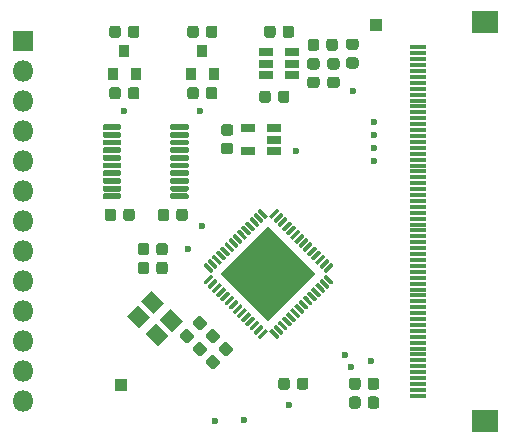
<source format=gbr>
%TF.GenerationSoftware,KiCad,Pcbnew,(5.1.6-0-10_14)*%
%TF.CreationDate,2020-07-19T16:10:20+02:00*%
%TF.ProjectId,driver-board,64726976-6572-42d6-926f-6172642e6b69,rev?*%
%TF.SameCoordinates,Original*%
%TF.FileFunction,Soldermask,Top*%
%TF.FilePolarity,Negative*%
%FSLAX46Y46*%
G04 Gerber Fmt 4.6, Leading zero omitted, Abs format (unit mm)*
G04 Created by KiCad (PCBNEW (5.1.6-0-10_14)) date 2020-07-19 16:10:20*
%MOMM*%
%LPD*%
G01*
G04 APERTURE LIST*
%ADD10R,0.900000X1.000000*%
%ADD11R,1.160000X0.750000*%
%ADD12C,0.100000*%
%ADD13C,0.600000*%
%ADD14R,1.100000X1.100000*%
%ADD15R,1.800000X1.800000*%
%ADD16O,1.800000X1.800000*%
%ADD17R,1.400000X0.400000*%
%ADD18R,2.300000X1.900000*%
G04 APERTURE END LIST*
%TO.C,C1*%
G36*
G01*
X123625000Y-66081250D02*
X123625000Y-65518750D01*
G75*
G02*
X123868750Y-65275000I243750J0D01*
G01*
X124356250Y-65275000D01*
G75*
G02*
X124600000Y-65518750I0J-243750D01*
G01*
X124600000Y-66081250D01*
G75*
G02*
X124356250Y-66325000I-243750J0D01*
G01*
X123868750Y-66325000D01*
G75*
G02*
X123625000Y-66081250I0J243750D01*
G01*
G37*
G36*
G01*
X125200000Y-66081250D02*
X125200000Y-65518750D01*
G75*
G02*
X125443750Y-65275000I243750J0D01*
G01*
X125931250Y-65275000D01*
G75*
G02*
X126175000Y-65518750I0J-243750D01*
G01*
X126175000Y-66081250D01*
G75*
G02*
X125931250Y-66325000I-243750J0D01*
G01*
X125443750Y-66325000D01*
G75*
G02*
X125200000Y-66081250I0J243750D01*
G01*
G37*
%TD*%
%TO.C,C2*%
G36*
G01*
X121675000Y-65518750D02*
X121675000Y-66081250D01*
G75*
G02*
X121431250Y-66325000I-243750J0D01*
G01*
X120943750Y-66325000D01*
G75*
G02*
X120700000Y-66081250I0J243750D01*
G01*
X120700000Y-65518750D01*
G75*
G02*
X120943750Y-65275000I243750J0D01*
G01*
X121431250Y-65275000D01*
G75*
G02*
X121675000Y-65518750I0J-243750D01*
G01*
G37*
G36*
G01*
X120100000Y-65518750D02*
X120100000Y-66081250D01*
G75*
G02*
X119856250Y-66325000I-243750J0D01*
G01*
X119368750Y-66325000D01*
G75*
G02*
X119125000Y-66081250I0J243750D01*
G01*
X119125000Y-65518750D01*
G75*
G02*
X119368750Y-65275000I243750J0D01*
G01*
X119856250Y-65275000D01*
G75*
G02*
X120100000Y-65518750I0J-243750D01*
G01*
G37*
%TD*%
%TO.C,C3*%
G36*
G01*
X120500000Y-50018750D02*
X120500000Y-50581250D01*
G75*
G02*
X120256250Y-50825000I-243750J0D01*
G01*
X119768750Y-50825000D01*
G75*
G02*
X119525000Y-50581250I0J243750D01*
G01*
X119525000Y-50018750D01*
G75*
G02*
X119768750Y-49775000I243750J0D01*
G01*
X120256250Y-49775000D01*
G75*
G02*
X120500000Y-50018750I0J-243750D01*
G01*
G37*
G36*
G01*
X122075000Y-50018750D02*
X122075000Y-50581250D01*
G75*
G02*
X121831250Y-50825000I-243750J0D01*
G01*
X121343750Y-50825000D01*
G75*
G02*
X121100000Y-50581250I0J243750D01*
G01*
X121100000Y-50018750D01*
G75*
G02*
X121343750Y-49775000I243750J0D01*
G01*
X121831250Y-49775000D01*
G75*
G02*
X122075000Y-50018750I0J-243750D01*
G01*
G37*
%TD*%
%TO.C,C4*%
G36*
G01*
X122075000Y-55218750D02*
X122075000Y-55781250D01*
G75*
G02*
X121831250Y-56025000I-243750J0D01*
G01*
X121343750Y-56025000D01*
G75*
G02*
X121100000Y-55781250I0J243750D01*
G01*
X121100000Y-55218750D01*
G75*
G02*
X121343750Y-54975000I243750J0D01*
G01*
X121831250Y-54975000D01*
G75*
G02*
X122075000Y-55218750I0J-243750D01*
G01*
G37*
G36*
G01*
X120500000Y-55218750D02*
X120500000Y-55781250D01*
G75*
G02*
X120256250Y-56025000I-243750J0D01*
G01*
X119768750Y-56025000D01*
G75*
G02*
X119525000Y-55781250I0J243750D01*
G01*
X119525000Y-55218750D01*
G75*
G02*
X119768750Y-54975000I243750J0D01*
G01*
X120256250Y-54975000D01*
G75*
G02*
X120500000Y-55218750I0J-243750D01*
G01*
G37*
%TD*%
%TO.C,C5*%
G36*
G01*
X127100000Y-50018750D02*
X127100000Y-50581250D01*
G75*
G02*
X126856250Y-50825000I-243750J0D01*
G01*
X126368750Y-50825000D01*
G75*
G02*
X126125000Y-50581250I0J243750D01*
G01*
X126125000Y-50018750D01*
G75*
G02*
X126368750Y-49775000I243750J0D01*
G01*
X126856250Y-49775000D01*
G75*
G02*
X127100000Y-50018750I0J-243750D01*
G01*
G37*
G36*
G01*
X128675000Y-50018750D02*
X128675000Y-50581250D01*
G75*
G02*
X128431250Y-50825000I-243750J0D01*
G01*
X127943750Y-50825000D01*
G75*
G02*
X127700000Y-50581250I0J243750D01*
G01*
X127700000Y-50018750D01*
G75*
G02*
X127943750Y-49775000I243750J0D01*
G01*
X128431250Y-49775000D01*
G75*
G02*
X128675000Y-50018750I0J-243750D01*
G01*
G37*
%TD*%
%TO.C,C6*%
G36*
G01*
X128675000Y-55218750D02*
X128675000Y-55781250D01*
G75*
G02*
X128431250Y-56025000I-243750J0D01*
G01*
X127943750Y-56025000D01*
G75*
G02*
X127700000Y-55781250I0J243750D01*
G01*
X127700000Y-55218750D01*
G75*
G02*
X127943750Y-54975000I243750J0D01*
G01*
X128431250Y-54975000D01*
G75*
G02*
X128675000Y-55218750I0J-243750D01*
G01*
G37*
G36*
G01*
X127100000Y-55218750D02*
X127100000Y-55781250D01*
G75*
G02*
X126856250Y-56025000I-243750J0D01*
G01*
X126368750Y-56025000D01*
G75*
G02*
X126125000Y-55781250I0J243750D01*
G01*
X126125000Y-55218750D01*
G75*
G02*
X126368750Y-54975000I243750J0D01*
G01*
X126856250Y-54975000D01*
G75*
G02*
X127100000Y-55218750I0J-243750D01*
G01*
G37*
%TD*%
%TO.C,C7*%
G36*
G01*
X137900000Y-51681250D02*
X137900000Y-51118750D01*
G75*
G02*
X138143750Y-50875000I243750J0D01*
G01*
X138631250Y-50875000D01*
G75*
G02*
X138875000Y-51118750I0J-243750D01*
G01*
X138875000Y-51681250D01*
G75*
G02*
X138631250Y-51925000I-243750J0D01*
G01*
X138143750Y-51925000D01*
G75*
G02*
X137900000Y-51681250I0J243750D01*
G01*
G37*
G36*
G01*
X136325000Y-51681250D02*
X136325000Y-51118750D01*
G75*
G02*
X136568750Y-50875000I243750J0D01*
G01*
X137056250Y-50875000D01*
G75*
G02*
X137300000Y-51118750I0J-243750D01*
G01*
X137300000Y-51681250D01*
G75*
G02*
X137056250Y-51925000I-243750J0D01*
G01*
X136568750Y-51925000D01*
G75*
G02*
X136325000Y-51681250I0J243750D01*
G01*
G37*
%TD*%
%TO.C,C8*%
G36*
G01*
X138218750Y-54100000D02*
X138781250Y-54100000D01*
G75*
G02*
X139025000Y-54343750I0J-243750D01*
G01*
X139025000Y-54831250D01*
G75*
G02*
X138781250Y-55075000I-243750J0D01*
G01*
X138218750Y-55075000D01*
G75*
G02*
X137975000Y-54831250I0J243750D01*
G01*
X137975000Y-54343750D01*
G75*
G02*
X138218750Y-54100000I243750J0D01*
G01*
G37*
G36*
G01*
X138218750Y-52525000D02*
X138781250Y-52525000D01*
G75*
G02*
X139025000Y-52768750I0J-243750D01*
G01*
X139025000Y-53256250D01*
G75*
G02*
X138781250Y-53500000I-243750J0D01*
G01*
X138218750Y-53500000D01*
G75*
G02*
X137975000Y-53256250I0J243750D01*
G01*
X137975000Y-52768750D01*
G75*
G02*
X138218750Y-52525000I243750J0D01*
G01*
G37*
%TD*%
%TO.C,C9*%
G36*
G01*
X129781250Y-60675000D02*
X129218750Y-60675000D01*
G75*
G02*
X128975000Y-60431250I0J243750D01*
G01*
X128975000Y-59943750D01*
G75*
G02*
X129218750Y-59700000I243750J0D01*
G01*
X129781250Y-59700000D01*
G75*
G02*
X130025000Y-59943750I0J-243750D01*
G01*
X130025000Y-60431250D01*
G75*
G02*
X129781250Y-60675000I-243750J0D01*
G01*
G37*
G36*
G01*
X129781250Y-59100000D02*
X129218750Y-59100000D01*
G75*
G02*
X128975000Y-58856250I0J243750D01*
G01*
X128975000Y-58368750D01*
G75*
G02*
X129218750Y-58125000I243750J0D01*
G01*
X129781250Y-58125000D01*
G75*
G02*
X130025000Y-58368750I0J-243750D01*
G01*
X130025000Y-58856250D01*
G75*
G02*
X129781250Y-59100000I-243750J0D01*
G01*
G37*
%TD*%
%TO.C,C10*%
G36*
G01*
X122900000Y-70018750D02*
X122900000Y-70581250D01*
G75*
G02*
X122656250Y-70825000I-243750J0D01*
G01*
X122168750Y-70825000D01*
G75*
G02*
X121925000Y-70581250I0J243750D01*
G01*
X121925000Y-70018750D01*
G75*
G02*
X122168750Y-69775000I243750J0D01*
G01*
X122656250Y-69775000D01*
G75*
G02*
X122900000Y-70018750I0J-243750D01*
G01*
G37*
G36*
G01*
X124475000Y-70018750D02*
X124475000Y-70581250D01*
G75*
G02*
X124231250Y-70825000I-243750J0D01*
G01*
X123743750Y-70825000D01*
G75*
G02*
X123500000Y-70581250I0J243750D01*
G01*
X123500000Y-70018750D01*
G75*
G02*
X123743750Y-69775000I243750J0D01*
G01*
X124231250Y-69775000D01*
G75*
G02*
X124475000Y-70018750I0J-243750D01*
G01*
G37*
%TD*%
%TO.C,C11*%
G36*
G01*
X127352688Y-74424565D02*
X127750435Y-74822313D01*
G75*
G02*
X127750435Y-75167027I-172357J-172357D01*
G01*
X127405721Y-75511741D01*
G75*
G02*
X127061007Y-75511741I-172357J172357D01*
G01*
X126663259Y-75113993D01*
G75*
G02*
X126663259Y-74769279I172357J172357D01*
G01*
X127007973Y-74424565D01*
G75*
G02*
X127352687Y-74424565I172357J-172357D01*
G01*
G37*
G36*
G01*
X126238994Y-75538259D02*
X126636741Y-75936007D01*
G75*
G02*
X126636741Y-76280721I-172357J-172357D01*
G01*
X126292027Y-76625435D01*
G75*
G02*
X125947313Y-76625435I-172357J172357D01*
G01*
X125549565Y-76227687D01*
G75*
G02*
X125549565Y-75882973I172357J172357D01*
G01*
X125894279Y-75538259D01*
G75*
G02*
X126238993Y-75538259I172357J-172357D01*
G01*
G37*
%TD*%
%TO.C,C12*%
G36*
G01*
X128452688Y-75524565D02*
X128850435Y-75922313D01*
G75*
G02*
X128850435Y-76267027I-172357J-172357D01*
G01*
X128505721Y-76611741D01*
G75*
G02*
X128161007Y-76611741I-172357J172357D01*
G01*
X127763259Y-76213993D01*
G75*
G02*
X127763259Y-75869279I172357J172357D01*
G01*
X128107973Y-75524565D01*
G75*
G02*
X128452687Y-75524565I172357J-172357D01*
G01*
G37*
G36*
G01*
X127338994Y-76638259D02*
X127736741Y-77036007D01*
G75*
G02*
X127736741Y-77380721I-172357J-172357D01*
G01*
X127392027Y-77725435D01*
G75*
G02*
X127047313Y-77725435I-172357J172357D01*
G01*
X126649565Y-77327687D01*
G75*
G02*
X126649565Y-76982973I172357J172357D01*
G01*
X126994279Y-76638259D01*
G75*
G02*
X127338993Y-76638259I172357J-172357D01*
G01*
G37*
%TD*%
%TO.C,C13*%
G36*
G01*
X128438994Y-77738259D02*
X128836741Y-78136007D01*
G75*
G02*
X128836741Y-78480721I-172357J-172357D01*
G01*
X128492027Y-78825435D01*
G75*
G02*
X128147313Y-78825435I-172357J172357D01*
G01*
X127749565Y-78427687D01*
G75*
G02*
X127749565Y-78082973I172357J172357D01*
G01*
X128094279Y-77738259D01*
G75*
G02*
X128438993Y-77738259I172357J-172357D01*
G01*
G37*
G36*
G01*
X129552688Y-76624565D02*
X129950435Y-77022313D01*
G75*
G02*
X129950435Y-77367027I-172357J-172357D01*
G01*
X129605721Y-77711741D01*
G75*
G02*
X129261007Y-77711741I-172357J172357D01*
G01*
X128863259Y-77313993D01*
G75*
G02*
X128863259Y-76969279I172357J172357D01*
G01*
X129207973Y-76624565D01*
G75*
G02*
X129552687Y-76624565I172357J-172357D01*
G01*
G37*
%TD*%
%TO.C,C14*%
G36*
G01*
X142375000Y-79818750D02*
X142375000Y-80381250D01*
G75*
G02*
X142131250Y-80625000I-243750J0D01*
G01*
X141643750Y-80625000D01*
G75*
G02*
X141400000Y-80381250I0J243750D01*
G01*
X141400000Y-79818750D01*
G75*
G02*
X141643750Y-79575000I243750J0D01*
G01*
X142131250Y-79575000D01*
G75*
G02*
X142375000Y-79818750I0J-243750D01*
G01*
G37*
G36*
G01*
X140800000Y-79818750D02*
X140800000Y-80381250D01*
G75*
G02*
X140556250Y-80625000I-243750J0D01*
G01*
X140068750Y-80625000D01*
G75*
G02*
X139825000Y-80381250I0J243750D01*
G01*
X139825000Y-79818750D01*
G75*
G02*
X140068750Y-79575000I243750J0D01*
G01*
X140556250Y-79575000D01*
G75*
G02*
X140800000Y-79818750I0J-243750D01*
G01*
G37*
%TD*%
%TO.C,C15*%
G36*
G01*
X140800000Y-81418750D02*
X140800000Y-81981250D01*
G75*
G02*
X140556250Y-82225000I-243750J0D01*
G01*
X140068750Y-82225000D01*
G75*
G02*
X139825000Y-81981250I0J243750D01*
G01*
X139825000Y-81418750D01*
G75*
G02*
X140068750Y-81175000I243750J0D01*
G01*
X140556250Y-81175000D01*
G75*
G02*
X140800000Y-81418750I0J-243750D01*
G01*
G37*
G36*
G01*
X142375000Y-81418750D02*
X142375000Y-81981250D01*
G75*
G02*
X142131250Y-82225000I-243750J0D01*
G01*
X141643750Y-82225000D01*
G75*
G02*
X141400000Y-81981250I0J243750D01*
G01*
X141400000Y-81418750D01*
G75*
G02*
X141643750Y-81175000I243750J0D01*
G01*
X142131250Y-81175000D01*
G75*
G02*
X142375000Y-81418750I0J-243750D01*
G01*
G37*
%TD*%
%TO.C,L1*%
G36*
G01*
X135175000Y-50018750D02*
X135175000Y-50581250D01*
G75*
G02*
X134931250Y-50825000I-243750J0D01*
G01*
X134443750Y-50825000D01*
G75*
G02*
X134200000Y-50581250I0J243750D01*
G01*
X134200000Y-50018750D01*
G75*
G02*
X134443750Y-49775000I243750J0D01*
G01*
X134931250Y-49775000D01*
G75*
G02*
X135175000Y-50018750I0J-243750D01*
G01*
G37*
G36*
G01*
X133600000Y-50018750D02*
X133600000Y-50581250D01*
G75*
G02*
X133356250Y-50825000I-243750J0D01*
G01*
X132868750Y-50825000D01*
G75*
G02*
X132625000Y-50581250I0J243750D01*
G01*
X132625000Y-50018750D01*
G75*
G02*
X132868750Y-49775000I243750J0D01*
G01*
X133356250Y-49775000D01*
G75*
G02*
X133600000Y-50018750I0J-243750D01*
G01*
G37*
%TD*%
%TO.C,R1*%
G36*
G01*
X136518750Y-54100000D02*
X137081250Y-54100000D01*
G75*
G02*
X137325000Y-54343750I0J-243750D01*
G01*
X137325000Y-54831250D01*
G75*
G02*
X137081250Y-55075000I-243750J0D01*
G01*
X136518750Y-55075000D01*
G75*
G02*
X136275000Y-54831250I0J243750D01*
G01*
X136275000Y-54343750D01*
G75*
G02*
X136518750Y-54100000I243750J0D01*
G01*
G37*
G36*
G01*
X136518750Y-52525000D02*
X137081250Y-52525000D01*
G75*
G02*
X137325000Y-52768750I0J-243750D01*
G01*
X137325000Y-53256250D01*
G75*
G02*
X137081250Y-53500000I-243750J0D01*
G01*
X136518750Y-53500000D01*
G75*
G02*
X136275000Y-53256250I0J243750D01*
G01*
X136275000Y-52768750D01*
G75*
G02*
X136518750Y-52525000I243750J0D01*
G01*
G37*
%TD*%
%TO.C,R2*%
G36*
G01*
X134775000Y-55518750D02*
X134775000Y-56081250D01*
G75*
G02*
X134531250Y-56325000I-243750J0D01*
G01*
X134043750Y-56325000D01*
G75*
G02*
X133800000Y-56081250I0J243750D01*
G01*
X133800000Y-55518750D01*
G75*
G02*
X134043750Y-55275000I243750J0D01*
G01*
X134531250Y-55275000D01*
G75*
G02*
X134775000Y-55518750I0J-243750D01*
G01*
G37*
G36*
G01*
X133200000Y-55518750D02*
X133200000Y-56081250D01*
G75*
G02*
X132956250Y-56325000I-243750J0D01*
G01*
X132468750Y-56325000D01*
G75*
G02*
X132225000Y-56081250I0J243750D01*
G01*
X132225000Y-55518750D01*
G75*
G02*
X132468750Y-55275000I243750J0D01*
G01*
X132956250Y-55275000D01*
G75*
G02*
X133200000Y-55518750I0J-243750D01*
G01*
G37*
%TD*%
%TO.C,R3*%
G36*
G01*
X124475000Y-68418750D02*
X124475000Y-68981250D01*
G75*
G02*
X124231250Y-69225000I-243750J0D01*
G01*
X123743750Y-69225000D01*
G75*
G02*
X123500000Y-68981250I0J243750D01*
G01*
X123500000Y-68418750D01*
G75*
G02*
X123743750Y-68175000I243750J0D01*
G01*
X124231250Y-68175000D01*
G75*
G02*
X124475000Y-68418750I0J-243750D01*
G01*
G37*
G36*
G01*
X122900000Y-68418750D02*
X122900000Y-68981250D01*
G75*
G02*
X122656250Y-69225000I-243750J0D01*
G01*
X122168750Y-69225000D01*
G75*
G02*
X121925000Y-68981250I0J243750D01*
G01*
X121925000Y-68418750D01*
G75*
G02*
X122168750Y-68175000I243750J0D01*
G01*
X122656250Y-68175000D01*
G75*
G02*
X122900000Y-68418750I0J-243750D01*
G01*
G37*
%TD*%
%TO.C,R4*%
G36*
G01*
X139818750Y-52450000D02*
X140381250Y-52450000D01*
G75*
G02*
X140625000Y-52693750I0J-243750D01*
G01*
X140625000Y-53181250D01*
G75*
G02*
X140381250Y-53425000I-243750J0D01*
G01*
X139818750Y-53425000D01*
G75*
G02*
X139575000Y-53181250I0J243750D01*
G01*
X139575000Y-52693750D01*
G75*
G02*
X139818750Y-52450000I243750J0D01*
G01*
G37*
G36*
G01*
X139818750Y-50875000D02*
X140381250Y-50875000D01*
G75*
G02*
X140625000Y-51118750I0J-243750D01*
G01*
X140625000Y-51606250D01*
G75*
G02*
X140381250Y-51850000I-243750J0D01*
G01*
X139818750Y-51850000D01*
G75*
G02*
X139575000Y-51606250I0J243750D01*
G01*
X139575000Y-51118750D01*
G75*
G02*
X139818750Y-50875000I243750J0D01*
G01*
G37*
%TD*%
%TO.C,R5*%
G36*
G01*
X136375000Y-79818750D02*
X136375000Y-80381250D01*
G75*
G02*
X136131250Y-80625000I-243750J0D01*
G01*
X135643750Y-80625000D01*
G75*
G02*
X135400000Y-80381250I0J243750D01*
G01*
X135400000Y-79818750D01*
G75*
G02*
X135643750Y-79575000I243750J0D01*
G01*
X136131250Y-79575000D01*
G75*
G02*
X136375000Y-79818750I0J-243750D01*
G01*
G37*
G36*
G01*
X134800000Y-79818750D02*
X134800000Y-80381250D01*
G75*
G02*
X134556250Y-80625000I-243750J0D01*
G01*
X134068750Y-80625000D01*
G75*
G02*
X133825000Y-80381250I0J243750D01*
G01*
X133825000Y-79818750D01*
G75*
G02*
X134068750Y-79575000I243750J0D01*
G01*
X134556250Y-79575000D01*
G75*
G02*
X134800000Y-79818750I0J-243750D01*
G01*
G37*
%TD*%
%TO.C,U1*%
G36*
G01*
X126250000Y-64100000D02*
X126250000Y-64350000D01*
G75*
G02*
X126125000Y-64475000I-125000J0D01*
G01*
X124800000Y-64475000D01*
G75*
G02*
X124675000Y-64350000I0J125000D01*
G01*
X124675000Y-64100000D01*
G75*
G02*
X124800000Y-63975000I125000J0D01*
G01*
X126125000Y-63975000D01*
G75*
G02*
X126250000Y-64100000I0J-125000D01*
G01*
G37*
G36*
G01*
X126250000Y-63450000D02*
X126250000Y-63700000D01*
G75*
G02*
X126125000Y-63825000I-125000J0D01*
G01*
X124800000Y-63825000D01*
G75*
G02*
X124675000Y-63700000I0J125000D01*
G01*
X124675000Y-63450000D01*
G75*
G02*
X124800000Y-63325000I125000J0D01*
G01*
X126125000Y-63325000D01*
G75*
G02*
X126250000Y-63450000I0J-125000D01*
G01*
G37*
G36*
G01*
X126250000Y-62800000D02*
X126250000Y-63050000D01*
G75*
G02*
X126125000Y-63175000I-125000J0D01*
G01*
X124800000Y-63175000D01*
G75*
G02*
X124675000Y-63050000I0J125000D01*
G01*
X124675000Y-62800000D01*
G75*
G02*
X124800000Y-62675000I125000J0D01*
G01*
X126125000Y-62675000D01*
G75*
G02*
X126250000Y-62800000I0J-125000D01*
G01*
G37*
G36*
G01*
X126250000Y-62150000D02*
X126250000Y-62400000D01*
G75*
G02*
X126125000Y-62525000I-125000J0D01*
G01*
X124800000Y-62525000D01*
G75*
G02*
X124675000Y-62400000I0J125000D01*
G01*
X124675000Y-62150000D01*
G75*
G02*
X124800000Y-62025000I125000J0D01*
G01*
X126125000Y-62025000D01*
G75*
G02*
X126250000Y-62150000I0J-125000D01*
G01*
G37*
G36*
G01*
X126250000Y-61500000D02*
X126250000Y-61750000D01*
G75*
G02*
X126125000Y-61875000I-125000J0D01*
G01*
X124800000Y-61875000D01*
G75*
G02*
X124675000Y-61750000I0J125000D01*
G01*
X124675000Y-61500000D01*
G75*
G02*
X124800000Y-61375000I125000J0D01*
G01*
X126125000Y-61375000D01*
G75*
G02*
X126250000Y-61500000I0J-125000D01*
G01*
G37*
G36*
G01*
X126250000Y-60850000D02*
X126250000Y-61100000D01*
G75*
G02*
X126125000Y-61225000I-125000J0D01*
G01*
X124800000Y-61225000D01*
G75*
G02*
X124675000Y-61100000I0J125000D01*
G01*
X124675000Y-60850000D01*
G75*
G02*
X124800000Y-60725000I125000J0D01*
G01*
X126125000Y-60725000D01*
G75*
G02*
X126250000Y-60850000I0J-125000D01*
G01*
G37*
G36*
G01*
X126250000Y-60200000D02*
X126250000Y-60450000D01*
G75*
G02*
X126125000Y-60575000I-125000J0D01*
G01*
X124800000Y-60575000D01*
G75*
G02*
X124675000Y-60450000I0J125000D01*
G01*
X124675000Y-60200000D01*
G75*
G02*
X124800000Y-60075000I125000J0D01*
G01*
X126125000Y-60075000D01*
G75*
G02*
X126250000Y-60200000I0J-125000D01*
G01*
G37*
G36*
G01*
X126250000Y-59550000D02*
X126250000Y-59800000D01*
G75*
G02*
X126125000Y-59925000I-125000J0D01*
G01*
X124800000Y-59925000D01*
G75*
G02*
X124675000Y-59800000I0J125000D01*
G01*
X124675000Y-59550000D01*
G75*
G02*
X124800000Y-59425000I125000J0D01*
G01*
X126125000Y-59425000D01*
G75*
G02*
X126250000Y-59550000I0J-125000D01*
G01*
G37*
G36*
G01*
X126250000Y-58900000D02*
X126250000Y-59150000D01*
G75*
G02*
X126125000Y-59275000I-125000J0D01*
G01*
X124800000Y-59275000D01*
G75*
G02*
X124675000Y-59150000I0J125000D01*
G01*
X124675000Y-58900000D01*
G75*
G02*
X124800000Y-58775000I125000J0D01*
G01*
X126125000Y-58775000D01*
G75*
G02*
X126250000Y-58900000I0J-125000D01*
G01*
G37*
G36*
G01*
X126250000Y-58250000D02*
X126250000Y-58500000D01*
G75*
G02*
X126125000Y-58625000I-125000J0D01*
G01*
X124800000Y-58625000D01*
G75*
G02*
X124675000Y-58500000I0J125000D01*
G01*
X124675000Y-58250000D01*
G75*
G02*
X124800000Y-58125000I125000J0D01*
G01*
X126125000Y-58125000D01*
G75*
G02*
X126250000Y-58250000I0J-125000D01*
G01*
G37*
G36*
G01*
X120525000Y-58250000D02*
X120525000Y-58500000D01*
G75*
G02*
X120400000Y-58625000I-125000J0D01*
G01*
X119075000Y-58625000D01*
G75*
G02*
X118950000Y-58500000I0J125000D01*
G01*
X118950000Y-58250000D01*
G75*
G02*
X119075000Y-58125000I125000J0D01*
G01*
X120400000Y-58125000D01*
G75*
G02*
X120525000Y-58250000I0J-125000D01*
G01*
G37*
G36*
G01*
X120525000Y-58900000D02*
X120525000Y-59150000D01*
G75*
G02*
X120400000Y-59275000I-125000J0D01*
G01*
X119075000Y-59275000D01*
G75*
G02*
X118950000Y-59150000I0J125000D01*
G01*
X118950000Y-58900000D01*
G75*
G02*
X119075000Y-58775000I125000J0D01*
G01*
X120400000Y-58775000D01*
G75*
G02*
X120525000Y-58900000I0J-125000D01*
G01*
G37*
G36*
G01*
X120525000Y-59550000D02*
X120525000Y-59800000D01*
G75*
G02*
X120400000Y-59925000I-125000J0D01*
G01*
X119075000Y-59925000D01*
G75*
G02*
X118950000Y-59800000I0J125000D01*
G01*
X118950000Y-59550000D01*
G75*
G02*
X119075000Y-59425000I125000J0D01*
G01*
X120400000Y-59425000D01*
G75*
G02*
X120525000Y-59550000I0J-125000D01*
G01*
G37*
G36*
G01*
X120525000Y-60200000D02*
X120525000Y-60450000D01*
G75*
G02*
X120400000Y-60575000I-125000J0D01*
G01*
X119075000Y-60575000D01*
G75*
G02*
X118950000Y-60450000I0J125000D01*
G01*
X118950000Y-60200000D01*
G75*
G02*
X119075000Y-60075000I125000J0D01*
G01*
X120400000Y-60075000D01*
G75*
G02*
X120525000Y-60200000I0J-125000D01*
G01*
G37*
G36*
G01*
X120525000Y-60850000D02*
X120525000Y-61100000D01*
G75*
G02*
X120400000Y-61225000I-125000J0D01*
G01*
X119075000Y-61225000D01*
G75*
G02*
X118950000Y-61100000I0J125000D01*
G01*
X118950000Y-60850000D01*
G75*
G02*
X119075000Y-60725000I125000J0D01*
G01*
X120400000Y-60725000D01*
G75*
G02*
X120525000Y-60850000I0J-125000D01*
G01*
G37*
G36*
G01*
X120525000Y-61500000D02*
X120525000Y-61750000D01*
G75*
G02*
X120400000Y-61875000I-125000J0D01*
G01*
X119075000Y-61875000D01*
G75*
G02*
X118950000Y-61750000I0J125000D01*
G01*
X118950000Y-61500000D01*
G75*
G02*
X119075000Y-61375000I125000J0D01*
G01*
X120400000Y-61375000D01*
G75*
G02*
X120525000Y-61500000I0J-125000D01*
G01*
G37*
G36*
G01*
X120525000Y-62150000D02*
X120525000Y-62400000D01*
G75*
G02*
X120400000Y-62525000I-125000J0D01*
G01*
X119075000Y-62525000D01*
G75*
G02*
X118950000Y-62400000I0J125000D01*
G01*
X118950000Y-62150000D01*
G75*
G02*
X119075000Y-62025000I125000J0D01*
G01*
X120400000Y-62025000D01*
G75*
G02*
X120525000Y-62150000I0J-125000D01*
G01*
G37*
G36*
G01*
X120525000Y-62800000D02*
X120525000Y-63050000D01*
G75*
G02*
X120400000Y-63175000I-125000J0D01*
G01*
X119075000Y-63175000D01*
G75*
G02*
X118950000Y-63050000I0J125000D01*
G01*
X118950000Y-62800000D01*
G75*
G02*
X119075000Y-62675000I125000J0D01*
G01*
X120400000Y-62675000D01*
G75*
G02*
X120525000Y-62800000I0J-125000D01*
G01*
G37*
G36*
G01*
X120525000Y-63450000D02*
X120525000Y-63700000D01*
G75*
G02*
X120400000Y-63825000I-125000J0D01*
G01*
X119075000Y-63825000D01*
G75*
G02*
X118950000Y-63700000I0J125000D01*
G01*
X118950000Y-63450000D01*
G75*
G02*
X119075000Y-63325000I125000J0D01*
G01*
X120400000Y-63325000D01*
G75*
G02*
X120525000Y-63450000I0J-125000D01*
G01*
G37*
G36*
G01*
X120525000Y-64100000D02*
X120525000Y-64350000D01*
G75*
G02*
X120400000Y-64475000I-125000J0D01*
G01*
X119075000Y-64475000D01*
G75*
G02*
X118950000Y-64350000I0J125000D01*
G01*
X118950000Y-64100000D01*
G75*
G02*
X119075000Y-63975000I125000J0D01*
G01*
X120400000Y-63975000D01*
G75*
G02*
X120525000Y-64100000I0J-125000D01*
G01*
G37*
%TD*%
D10*
%TO.C,U2*%
X120800000Y-51900000D03*
X121750000Y-53900000D03*
X119850000Y-53900000D03*
%TD*%
%TO.C,U3*%
X126450000Y-53900000D03*
X128350000Y-53900000D03*
X127400000Y-51900000D03*
%TD*%
D11*
%TO.C,U4*%
X132800000Y-52050000D03*
X132800000Y-53000000D03*
X132800000Y-53950000D03*
X135000000Y-53950000D03*
X135000000Y-52050000D03*
X135000000Y-53000000D03*
%TD*%
D12*
%TO.C,X1*%
G36*
X121010051Y-74329289D02*
G01*
X121929289Y-73410051D01*
X122989949Y-74470711D01*
X122070711Y-75389949D01*
X121010051Y-74329289D01*
G37*
G36*
X122565686Y-75884924D02*
G01*
X123484924Y-74965686D01*
X124545584Y-76026346D01*
X123626346Y-76945584D01*
X122565686Y-75884924D01*
G37*
G36*
X123767767Y-74682843D02*
G01*
X124687005Y-73763605D01*
X125747665Y-74824265D01*
X124828427Y-75743503D01*
X123767767Y-74682843D01*
G37*
G36*
X122212132Y-73127208D02*
G01*
X123131370Y-72207970D01*
X124192030Y-73268630D01*
X123272792Y-74187868D01*
X122212132Y-73127208D01*
G37*
%TD*%
D13*
%TO.C,TP1*%
X140150000Y-55350000D03*
%TD*%
%TO.C,TP3*%
X127200000Y-57000000D03*
%TD*%
%TO.C,TP5*%
X120800000Y-57000000D03*
%TD*%
D14*
%TO.C,TP2*%
X120500000Y-80200000D03*
%TD*%
%TO.C,TP4*%
X142100000Y-49700000D03*
%TD*%
D13*
%TO.C,TP6*%
X139500000Y-77700000D03*
%TD*%
%TO.C,TP8*%
X135325000Y-60375000D03*
%TD*%
%TO.C,TP10*%
X128450000Y-83225000D03*
%TD*%
%TO.C,TP12*%
X130900000Y-83200000D03*
%TD*%
%TO.C,TP14*%
X140000000Y-78700000D03*
%TD*%
%TO.C,TP16*%
X141700000Y-78200000D03*
%TD*%
%TO.C,TP7*%
X141900000Y-61200000D03*
%TD*%
%TO.C,TP9*%
X141900000Y-59000000D03*
%TD*%
%TO.C,TP11*%
X141900000Y-57900000D03*
%TD*%
%TO.C,TP13*%
X141900000Y-60100000D03*
%TD*%
D15*
%TO.C,J1*%
X112200000Y-51100000D03*
D16*
X112200000Y-53640000D03*
X112200000Y-56180000D03*
X112200000Y-58720000D03*
X112200000Y-61260000D03*
X112200000Y-63800000D03*
X112200000Y-66340000D03*
X112200000Y-68880000D03*
X112200000Y-71420000D03*
X112200000Y-73960000D03*
X112200000Y-76500000D03*
X112200000Y-79040000D03*
X112200000Y-81580000D03*
%TD*%
D11*
%TO.C,U5*%
X133450000Y-60375000D03*
X133450000Y-59425000D03*
X133450000Y-58475000D03*
X131250000Y-58475000D03*
X131250000Y-60375000D03*
%TD*%
%TO.C,U6*%
G36*
G01*
X132107278Y-65434827D02*
X132231021Y-65311083D01*
G75*
G02*
X132354765Y-65311083I61872J-61872D01*
G01*
X132920451Y-65876769D01*
G75*
G02*
X132920451Y-66000513I-61872J-61872D01*
G01*
X132796707Y-66124257D01*
G75*
G02*
X132672963Y-66124257I-61872J61872D01*
G01*
X132107277Y-65558571D01*
G75*
G02*
X132107277Y-65434827I61872J61872D01*
G01*
G37*
G36*
G01*
X131753725Y-65788380D02*
X131877468Y-65664636D01*
G75*
G02*
X132001212Y-65664636I61872J-61872D01*
G01*
X132566898Y-66230322D01*
G75*
G02*
X132566898Y-66354066I-61872J-61872D01*
G01*
X132443154Y-66477810D01*
G75*
G02*
X132319410Y-66477810I-61872J61872D01*
G01*
X131753724Y-65912124D01*
G75*
G02*
X131753724Y-65788380I61872J61872D01*
G01*
G37*
G36*
G01*
X131400171Y-66141934D02*
X131523914Y-66018190D01*
G75*
G02*
X131647658Y-66018190I61872J-61872D01*
G01*
X132213344Y-66583876D01*
G75*
G02*
X132213344Y-66707620I-61872J-61872D01*
G01*
X132089600Y-66831364D01*
G75*
G02*
X131965856Y-66831364I-61872J61872D01*
G01*
X131400170Y-66265678D01*
G75*
G02*
X131400170Y-66141934I61872J61872D01*
G01*
G37*
G36*
G01*
X131046618Y-66495487D02*
X131170361Y-66371743D01*
G75*
G02*
X131294105Y-66371743I61872J-61872D01*
G01*
X131859791Y-66937429D01*
G75*
G02*
X131859791Y-67061173I-61872J-61872D01*
G01*
X131736047Y-67184917D01*
G75*
G02*
X131612303Y-67184917I-61872J61872D01*
G01*
X131046617Y-66619231D01*
G75*
G02*
X131046617Y-66495487I61872J61872D01*
G01*
G37*
G36*
G01*
X130693065Y-66849041D02*
X130816808Y-66725297D01*
G75*
G02*
X130940552Y-66725297I61872J-61872D01*
G01*
X131506238Y-67290983D01*
G75*
G02*
X131506238Y-67414727I-61872J-61872D01*
G01*
X131382494Y-67538471D01*
G75*
G02*
X131258750Y-67538471I-61872J61872D01*
G01*
X130693064Y-66972785D01*
G75*
G02*
X130693064Y-66849041I61872J61872D01*
G01*
G37*
G36*
G01*
X130339511Y-67202594D02*
X130463254Y-67078850D01*
G75*
G02*
X130586998Y-67078850I61872J-61872D01*
G01*
X131152684Y-67644536D01*
G75*
G02*
X131152684Y-67768280I-61872J-61872D01*
G01*
X131028940Y-67892024D01*
G75*
G02*
X130905196Y-67892024I-61872J61872D01*
G01*
X130339510Y-67326338D01*
G75*
G02*
X130339510Y-67202594I61872J61872D01*
G01*
G37*
G36*
G01*
X129985958Y-67556147D02*
X130109701Y-67432403D01*
G75*
G02*
X130233445Y-67432403I61872J-61872D01*
G01*
X130799131Y-67998089D01*
G75*
G02*
X130799131Y-68121833I-61872J-61872D01*
G01*
X130675387Y-68245577D01*
G75*
G02*
X130551643Y-68245577I-61872J61872D01*
G01*
X129985957Y-67679891D01*
G75*
G02*
X129985957Y-67556147I61872J61872D01*
G01*
G37*
G36*
G01*
X129632404Y-67909701D02*
X129756147Y-67785957D01*
G75*
G02*
X129879891Y-67785957I61872J-61872D01*
G01*
X130445577Y-68351643D01*
G75*
G02*
X130445577Y-68475387I-61872J-61872D01*
G01*
X130321833Y-68599131D01*
G75*
G02*
X130198089Y-68599131I-61872J61872D01*
G01*
X129632403Y-68033445D01*
G75*
G02*
X129632403Y-67909701I61872J61872D01*
G01*
G37*
G36*
G01*
X129278851Y-68263254D02*
X129402594Y-68139510D01*
G75*
G02*
X129526338Y-68139510I61872J-61872D01*
G01*
X130092024Y-68705196D01*
G75*
G02*
X130092024Y-68828940I-61872J-61872D01*
G01*
X129968280Y-68952684D01*
G75*
G02*
X129844536Y-68952684I-61872J61872D01*
G01*
X129278850Y-68386998D01*
G75*
G02*
X129278850Y-68263254I61872J61872D01*
G01*
G37*
G36*
G01*
X128925298Y-68616808D02*
X129049041Y-68493064D01*
G75*
G02*
X129172785Y-68493064I61872J-61872D01*
G01*
X129738471Y-69058750D01*
G75*
G02*
X129738471Y-69182494I-61872J-61872D01*
G01*
X129614727Y-69306238D01*
G75*
G02*
X129490983Y-69306238I-61872J61872D01*
G01*
X128925297Y-68740552D01*
G75*
G02*
X128925297Y-68616808I61872J61872D01*
G01*
G37*
G36*
G01*
X128571744Y-68970361D02*
X128695487Y-68846617D01*
G75*
G02*
X128819231Y-68846617I61872J-61872D01*
G01*
X129384917Y-69412303D01*
G75*
G02*
X129384917Y-69536047I-61872J-61872D01*
G01*
X129261173Y-69659791D01*
G75*
G02*
X129137429Y-69659791I-61872J61872D01*
G01*
X128571743Y-69094105D01*
G75*
G02*
X128571743Y-68970361I61872J61872D01*
G01*
G37*
G36*
G01*
X128218191Y-69323914D02*
X128341934Y-69200170D01*
G75*
G02*
X128465678Y-69200170I61872J-61872D01*
G01*
X129031364Y-69765856D01*
G75*
G02*
X129031364Y-69889600I-61872J-61872D01*
G01*
X128907620Y-70013344D01*
G75*
G02*
X128783876Y-70013344I-61872J61872D01*
G01*
X128218190Y-69447658D01*
G75*
G02*
X128218190Y-69323914I61872J61872D01*
G01*
G37*
G36*
G01*
X127864637Y-69677468D02*
X127988380Y-69553724D01*
G75*
G02*
X128112124Y-69553724I61872J-61872D01*
G01*
X128677810Y-70119410D01*
G75*
G02*
X128677810Y-70243154I-61872J-61872D01*
G01*
X128554066Y-70366898D01*
G75*
G02*
X128430322Y-70366898I-61872J61872D01*
G01*
X127864636Y-69801212D01*
G75*
G02*
X127864636Y-69677468I61872J61872D01*
G01*
G37*
G36*
G01*
X127511084Y-70031021D02*
X127634827Y-69907277D01*
G75*
G02*
X127758571Y-69907277I61872J-61872D01*
G01*
X128324257Y-70472963D01*
G75*
G02*
X128324257Y-70596707I-61872J-61872D01*
G01*
X128200513Y-70720451D01*
G75*
G02*
X128076769Y-70720451I-61872J61872D01*
G01*
X127511083Y-70154765D01*
G75*
G02*
X127511083Y-70031021I61872J61872D01*
G01*
G37*
G36*
G01*
X127511084Y-71445235D02*
X128076769Y-70879549D01*
G75*
G02*
X128200513Y-70879549I61872J-61872D01*
G01*
X128324257Y-71003293D01*
G75*
G02*
X128324257Y-71127037I-61872J-61872D01*
G01*
X127758571Y-71692723D01*
G75*
G02*
X127634827Y-71692723I-61872J61872D01*
G01*
X127511083Y-71568979D01*
G75*
G02*
X127511083Y-71445235I61872J61872D01*
G01*
G37*
G36*
G01*
X127864637Y-71798788D02*
X128430322Y-71233102D01*
G75*
G02*
X128554066Y-71233102I61872J-61872D01*
G01*
X128677810Y-71356846D01*
G75*
G02*
X128677810Y-71480590I-61872J-61872D01*
G01*
X128112124Y-72046276D01*
G75*
G02*
X127988380Y-72046276I-61872J61872D01*
G01*
X127864636Y-71922532D01*
G75*
G02*
X127864636Y-71798788I61872J61872D01*
G01*
G37*
G36*
G01*
X128218191Y-72152342D02*
X128783876Y-71586656D01*
G75*
G02*
X128907620Y-71586656I61872J-61872D01*
G01*
X129031364Y-71710400D01*
G75*
G02*
X129031364Y-71834144I-61872J-61872D01*
G01*
X128465678Y-72399830D01*
G75*
G02*
X128341934Y-72399830I-61872J61872D01*
G01*
X128218190Y-72276086D01*
G75*
G02*
X128218190Y-72152342I61872J61872D01*
G01*
G37*
G36*
G01*
X128571744Y-72505895D02*
X129137429Y-71940209D01*
G75*
G02*
X129261173Y-71940209I61872J-61872D01*
G01*
X129384917Y-72063953D01*
G75*
G02*
X129384917Y-72187697I-61872J-61872D01*
G01*
X128819231Y-72753383D01*
G75*
G02*
X128695487Y-72753383I-61872J61872D01*
G01*
X128571743Y-72629639D01*
G75*
G02*
X128571743Y-72505895I61872J61872D01*
G01*
G37*
G36*
G01*
X128925298Y-72859448D02*
X129490983Y-72293762D01*
G75*
G02*
X129614727Y-72293762I61872J-61872D01*
G01*
X129738471Y-72417506D01*
G75*
G02*
X129738471Y-72541250I-61872J-61872D01*
G01*
X129172785Y-73106936D01*
G75*
G02*
X129049041Y-73106936I-61872J61872D01*
G01*
X128925297Y-72983192D01*
G75*
G02*
X128925297Y-72859448I61872J61872D01*
G01*
G37*
G36*
G01*
X129278851Y-73213002D02*
X129844536Y-72647316D01*
G75*
G02*
X129968280Y-72647316I61872J-61872D01*
G01*
X130092024Y-72771060D01*
G75*
G02*
X130092024Y-72894804I-61872J-61872D01*
G01*
X129526338Y-73460490D01*
G75*
G02*
X129402594Y-73460490I-61872J61872D01*
G01*
X129278850Y-73336746D01*
G75*
G02*
X129278850Y-73213002I61872J61872D01*
G01*
G37*
G36*
G01*
X129632404Y-73566555D02*
X130198089Y-73000869D01*
G75*
G02*
X130321833Y-73000869I61872J-61872D01*
G01*
X130445577Y-73124613D01*
G75*
G02*
X130445577Y-73248357I-61872J-61872D01*
G01*
X129879891Y-73814043D01*
G75*
G02*
X129756147Y-73814043I-61872J61872D01*
G01*
X129632403Y-73690299D01*
G75*
G02*
X129632403Y-73566555I61872J61872D01*
G01*
G37*
G36*
G01*
X129985958Y-73920109D02*
X130551643Y-73354423D01*
G75*
G02*
X130675387Y-73354423I61872J-61872D01*
G01*
X130799131Y-73478167D01*
G75*
G02*
X130799131Y-73601911I-61872J-61872D01*
G01*
X130233445Y-74167597D01*
G75*
G02*
X130109701Y-74167597I-61872J61872D01*
G01*
X129985957Y-74043853D01*
G75*
G02*
X129985957Y-73920109I61872J61872D01*
G01*
G37*
G36*
G01*
X130339511Y-74273662D02*
X130905196Y-73707976D01*
G75*
G02*
X131028940Y-73707976I61872J-61872D01*
G01*
X131152684Y-73831720D01*
G75*
G02*
X131152684Y-73955464I-61872J-61872D01*
G01*
X130586998Y-74521150D01*
G75*
G02*
X130463254Y-74521150I-61872J61872D01*
G01*
X130339510Y-74397406D01*
G75*
G02*
X130339510Y-74273662I61872J61872D01*
G01*
G37*
G36*
G01*
X130693065Y-74627215D02*
X131258750Y-74061529D01*
G75*
G02*
X131382494Y-74061529I61872J-61872D01*
G01*
X131506238Y-74185273D01*
G75*
G02*
X131506238Y-74309017I-61872J-61872D01*
G01*
X130940552Y-74874703D01*
G75*
G02*
X130816808Y-74874703I-61872J61872D01*
G01*
X130693064Y-74750959D01*
G75*
G02*
X130693064Y-74627215I61872J61872D01*
G01*
G37*
G36*
G01*
X131046618Y-74980769D02*
X131612303Y-74415083D01*
G75*
G02*
X131736047Y-74415083I61872J-61872D01*
G01*
X131859791Y-74538827D01*
G75*
G02*
X131859791Y-74662571I-61872J-61872D01*
G01*
X131294105Y-75228257D01*
G75*
G02*
X131170361Y-75228257I-61872J61872D01*
G01*
X131046617Y-75104513D01*
G75*
G02*
X131046617Y-74980769I61872J61872D01*
G01*
G37*
G36*
G01*
X131400171Y-75334322D02*
X131965856Y-74768636D01*
G75*
G02*
X132089600Y-74768636I61872J-61872D01*
G01*
X132213344Y-74892380D01*
G75*
G02*
X132213344Y-75016124I-61872J-61872D01*
G01*
X131647658Y-75581810D01*
G75*
G02*
X131523914Y-75581810I-61872J61872D01*
G01*
X131400170Y-75458066D01*
G75*
G02*
X131400170Y-75334322I61872J61872D01*
G01*
G37*
G36*
G01*
X131753725Y-75687876D02*
X132319410Y-75122190D01*
G75*
G02*
X132443154Y-75122190I61872J-61872D01*
G01*
X132566898Y-75245934D01*
G75*
G02*
X132566898Y-75369678I-61872J-61872D01*
G01*
X132001212Y-75935364D01*
G75*
G02*
X131877468Y-75935364I-61872J61872D01*
G01*
X131753724Y-75811620D01*
G75*
G02*
X131753724Y-75687876I61872J61872D01*
G01*
G37*
G36*
G01*
X132107278Y-76041429D02*
X132672963Y-75475743D01*
G75*
G02*
X132796707Y-75475743I61872J-61872D01*
G01*
X132920451Y-75599487D01*
G75*
G02*
X132920451Y-75723231I-61872J-61872D01*
G01*
X132354765Y-76288917D01*
G75*
G02*
X132231021Y-76288917I-61872J61872D01*
G01*
X132107277Y-76165173D01*
G75*
G02*
X132107277Y-76041429I61872J61872D01*
G01*
G37*
G36*
G01*
X133079550Y-75599487D02*
X133203293Y-75475743D01*
G75*
G02*
X133327037Y-75475743I61872J-61872D01*
G01*
X133892723Y-76041429D01*
G75*
G02*
X133892723Y-76165173I-61872J-61872D01*
G01*
X133768979Y-76288917D01*
G75*
G02*
X133645235Y-76288917I-61872J61872D01*
G01*
X133079549Y-75723231D01*
G75*
G02*
X133079549Y-75599487I61872J61872D01*
G01*
G37*
G36*
G01*
X133433103Y-75245934D02*
X133556846Y-75122190D01*
G75*
G02*
X133680590Y-75122190I61872J-61872D01*
G01*
X134246276Y-75687876D01*
G75*
G02*
X134246276Y-75811620I-61872J-61872D01*
G01*
X134122532Y-75935364D01*
G75*
G02*
X133998788Y-75935364I-61872J61872D01*
G01*
X133433102Y-75369678D01*
G75*
G02*
X133433102Y-75245934I61872J61872D01*
G01*
G37*
G36*
G01*
X133786657Y-74892380D02*
X133910400Y-74768636D01*
G75*
G02*
X134034144Y-74768636I61872J-61872D01*
G01*
X134599830Y-75334322D01*
G75*
G02*
X134599830Y-75458066I-61872J-61872D01*
G01*
X134476086Y-75581810D01*
G75*
G02*
X134352342Y-75581810I-61872J61872D01*
G01*
X133786656Y-75016124D01*
G75*
G02*
X133786656Y-74892380I61872J61872D01*
G01*
G37*
G36*
G01*
X134140210Y-74538827D02*
X134263953Y-74415083D01*
G75*
G02*
X134387697Y-74415083I61872J-61872D01*
G01*
X134953383Y-74980769D01*
G75*
G02*
X134953383Y-75104513I-61872J-61872D01*
G01*
X134829639Y-75228257D01*
G75*
G02*
X134705895Y-75228257I-61872J61872D01*
G01*
X134140209Y-74662571D01*
G75*
G02*
X134140209Y-74538827I61872J61872D01*
G01*
G37*
G36*
G01*
X134493763Y-74185273D02*
X134617506Y-74061529D01*
G75*
G02*
X134741250Y-74061529I61872J-61872D01*
G01*
X135306936Y-74627215D01*
G75*
G02*
X135306936Y-74750959I-61872J-61872D01*
G01*
X135183192Y-74874703D01*
G75*
G02*
X135059448Y-74874703I-61872J61872D01*
G01*
X134493762Y-74309017D01*
G75*
G02*
X134493762Y-74185273I61872J61872D01*
G01*
G37*
G36*
G01*
X134847317Y-73831720D02*
X134971060Y-73707976D01*
G75*
G02*
X135094804Y-73707976I61872J-61872D01*
G01*
X135660490Y-74273662D01*
G75*
G02*
X135660490Y-74397406I-61872J-61872D01*
G01*
X135536746Y-74521150D01*
G75*
G02*
X135413002Y-74521150I-61872J61872D01*
G01*
X134847316Y-73955464D01*
G75*
G02*
X134847316Y-73831720I61872J61872D01*
G01*
G37*
G36*
G01*
X135200870Y-73478167D02*
X135324613Y-73354423D01*
G75*
G02*
X135448357Y-73354423I61872J-61872D01*
G01*
X136014043Y-73920109D01*
G75*
G02*
X136014043Y-74043853I-61872J-61872D01*
G01*
X135890299Y-74167597D01*
G75*
G02*
X135766555Y-74167597I-61872J61872D01*
G01*
X135200869Y-73601911D01*
G75*
G02*
X135200869Y-73478167I61872J61872D01*
G01*
G37*
G36*
G01*
X135554424Y-73124613D02*
X135678167Y-73000869D01*
G75*
G02*
X135801911Y-73000869I61872J-61872D01*
G01*
X136367597Y-73566555D01*
G75*
G02*
X136367597Y-73690299I-61872J-61872D01*
G01*
X136243853Y-73814043D01*
G75*
G02*
X136120109Y-73814043I-61872J61872D01*
G01*
X135554423Y-73248357D01*
G75*
G02*
X135554423Y-73124613I61872J61872D01*
G01*
G37*
G36*
G01*
X135907977Y-72771060D02*
X136031720Y-72647316D01*
G75*
G02*
X136155464Y-72647316I61872J-61872D01*
G01*
X136721150Y-73213002D01*
G75*
G02*
X136721150Y-73336746I-61872J-61872D01*
G01*
X136597406Y-73460490D01*
G75*
G02*
X136473662Y-73460490I-61872J61872D01*
G01*
X135907976Y-72894804D01*
G75*
G02*
X135907976Y-72771060I61872J61872D01*
G01*
G37*
G36*
G01*
X136261530Y-72417506D02*
X136385273Y-72293762D01*
G75*
G02*
X136509017Y-72293762I61872J-61872D01*
G01*
X137074703Y-72859448D01*
G75*
G02*
X137074703Y-72983192I-61872J-61872D01*
G01*
X136950959Y-73106936D01*
G75*
G02*
X136827215Y-73106936I-61872J61872D01*
G01*
X136261529Y-72541250D01*
G75*
G02*
X136261529Y-72417506I61872J61872D01*
G01*
G37*
G36*
G01*
X136615084Y-72063953D02*
X136738827Y-71940209D01*
G75*
G02*
X136862571Y-71940209I61872J-61872D01*
G01*
X137428257Y-72505895D01*
G75*
G02*
X137428257Y-72629639I-61872J-61872D01*
G01*
X137304513Y-72753383D01*
G75*
G02*
X137180769Y-72753383I-61872J61872D01*
G01*
X136615083Y-72187697D01*
G75*
G02*
X136615083Y-72063953I61872J61872D01*
G01*
G37*
G36*
G01*
X136968637Y-71710400D02*
X137092380Y-71586656D01*
G75*
G02*
X137216124Y-71586656I61872J-61872D01*
G01*
X137781810Y-72152342D01*
G75*
G02*
X137781810Y-72276086I-61872J-61872D01*
G01*
X137658066Y-72399830D01*
G75*
G02*
X137534322Y-72399830I-61872J61872D01*
G01*
X136968636Y-71834144D01*
G75*
G02*
X136968636Y-71710400I61872J61872D01*
G01*
G37*
G36*
G01*
X137322191Y-71356846D02*
X137445934Y-71233102D01*
G75*
G02*
X137569678Y-71233102I61872J-61872D01*
G01*
X138135364Y-71798788D01*
G75*
G02*
X138135364Y-71922532I-61872J-61872D01*
G01*
X138011620Y-72046276D01*
G75*
G02*
X137887876Y-72046276I-61872J61872D01*
G01*
X137322190Y-71480590D01*
G75*
G02*
X137322190Y-71356846I61872J61872D01*
G01*
G37*
G36*
G01*
X137675744Y-71003293D02*
X137799487Y-70879549D01*
G75*
G02*
X137923231Y-70879549I61872J-61872D01*
G01*
X138488917Y-71445235D01*
G75*
G02*
X138488917Y-71568979I-61872J-61872D01*
G01*
X138365173Y-71692723D01*
G75*
G02*
X138241429Y-71692723I-61872J61872D01*
G01*
X137675743Y-71127037D01*
G75*
G02*
X137675743Y-71003293I61872J61872D01*
G01*
G37*
G36*
G01*
X137675744Y-70472963D02*
X138241429Y-69907277D01*
G75*
G02*
X138365173Y-69907277I61872J-61872D01*
G01*
X138488917Y-70031021D01*
G75*
G02*
X138488917Y-70154765I-61872J-61872D01*
G01*
X137923231Y-70720451D01*
G75*
G02*
X137799487Y-70720451I-61872J61872D01*
G01*
X137675743Y-70596707D01*
G75*
G02*
X137675743Y-70472963I61872J61872D01*
G01*
G37*
G36*
G01*
X137322191Y-70119410D02*
X137887876Y-69553724D01*
G75*
G02*
X138011620Y-69553724I61872J-61872D01*
G01*
X138135364Y-69677468D01*
G75*
G02*
X138135364Y-69801212I-61872J-61872D01*
G01*
X137569678Y-70366898D01*
G75*
G02*
X137445934Y-70366898I-61872J61872D01*
G01*
X137322190Y-70243154D01*
G75*
G02*
X137322190Y-70119410I61872J61872D01*
G01*
G37*
G36*
G01*
X136968637Y-69765856D02*
X137534322Y-69200170D01*
G75*
G02*
X137658066Y-69200170I61872J-61872D01*
G01*
X137781810Y-69323914D01*
G75*
G02*
X137781810Y-69447658I-61872J-61872D01*
G01*
X137216124Y-70013344D01*
G75*
G02*
X137092380Y-70013344I-61872J61872D01*
G01*
X136968636Y-69889600D01*
G75*
G02*
X136968636Y-69765856I61872J61872D01*
G01*
G37*
G36*
G01*
X136615084Y-69412303D02*
X137180769Y-68846617D01*
G75*
G02*
X137304513Y-68846617I61872J-61872D01*
G01*
X137428257Y-68970361D01*
G75*
G02*
X137428257Y-69094105I-61872J-61872D01*
G01*
X136862571Y-69659791D01*
G75*
G02*
X136738827Y-69659791I-61872J61872D01*
G01*
X136615083Y-69536047D01*
G75*
G02*
X136615083Y-69412303I61872J61872D01*
G01*
G37*
G36*
G01*
X136261530Y-69058750D02*
X136827215Y-68493064D01*
G75*
G02*
X136950959Y-68493064I61872J-61872D01*
G01*
X137074703Y-68616808D01*
G75*
G02*
X137074703Y-68740552I-61872J-61872D01*
G01*
X136509017Y-69306238D01*
G75*
G02*
X136385273Y-69306238I-61872J61872D01*
G01*
X136261529Y-69182494D01*
G75*
G02*
X136261529Y-69058750I61872J61872D01*
G01*
G37*
G36*
G01*
X135907977Y-68705196D02*
X136473662Y-68139510D01*
G75*
G02*
X136597406Y-68139510I61872J-61872D01*
G01*
X136721150Y-68263254D01*
G75*
G02*
X136721150Y-68386998I-61872J-61872D01*
G01*
X136155464Y-68952684D01*
G75*
G02*
X136031720Y-68952684I-61872J61872D01*
G01*
X135907976Y-68828940D01*
G75*
G02*
X135907976Y-68705196I61872J61872D01*
G01*
G37*
G36*
G01*
X135554424Y-68351643D02*
X136120109Y-67785957D01*
G75*
G02*
X136243853Y-67785957I61872J-61872D01*
G01*
X136367597Y-67909701D01*
G75*
G02*
X136367597Y-68033445I-61872J-61872D01*
G01*
X135801911Y-68599131D01*
G75*
G02*
X135678167Y-68599131I-61872J61872D01*
G01*
X135554423Y-68475387D01*
G75*
G02*
X135554423Y-68351643I61872J61872D01*
G01*
G37*
G36*
G01*
X135200870Y-67998089D02*
X135766555Y-67432403D01*
G75*
G02*
X135890299Y-67432403I61872J-61872D01*
G01*
X136014043Y-67556147D01*
G75*
G02*
X136014043Y-67679891I-61872J-61872D01*
G01*
X135448357Y-68245577D01*
G75*
G02*
X135324613Y-68245577I-61872J61872D01*
G01*
X135200869Y-68121833D01*
G75*
G02*
X135200869Y-67998089I61872J61872D01*
G01*
G37*
G36*
G01*
X134847317Y-67644536D02*
X135413002Y-67078850D01*
G75*
G02*
X135536746Y-67078850I61872J-61872D01*
G01*
X135660490Y-67202594D01*
G75*
G02*
X135660490Y-67326338I-61872J-61872D01*
G01*
X135094804Y-67892024D01*
G75*
G02*
X134971060Y-67892024I-61872J61872D01*
G01*
X134847316Y-67768280D01*
G75*
G02*
X134847316Y-67644536I61872J61872D01*
G01*
G37*
G36*
G01*
X134493763Y-67290983D02*
X135059448Y-66725297D01*
G75*
G02*
X135183192Y-66725297I61872J-61872D01*
G01*
X135306936Y-66849041D01*
G75*
G02*
X135306936Y-66972785I-61872J-61872D01*
G01*
X134741250Y-67538471D01*
G75*
G02*
X134617506Y-67538471I-61872J61872D01*
G01*
X134493762Y-67414727D01*
G75*
G02*
X134493762Y-67290983I61872J61872D01*
G01*
G37*
G36*
G01*
X134140210Y-66937429D02*
X134705895Y-66371743D01*
G75*
G02*
X134829639Y-66371743I61872J-61872D01*
G01*
X134953383Y-66495487D01*
G75*
G02*
X134953383Y-66619231I-61872J-61872D01*
G01*
X134387697Y-67184917D01*
G75*
G02*
X134263953Y-67184917I-61872J61872D01*
G01*
X134140209Y-67061173D01*
G75*
G02*
X134140209Y-66937429I61872J61872D01*
G01*
G37*
G36*
G01*
X133786657Y-66583876D02*
X134352342Y-66018190D01*
G75*
G02*
X134476086Y-66018190I61872J-61872D01*
G01*
X134599830Y-66141934D01*
G75*
G02*
X134599830Y-66265678I-61872J-61872D01*
G01*
X134034144Y-66831364D01*
G75*
G02*
X133910400Y-66831364I-61872J61872D01*
G01*
X133786656Y-66707620D01*
G75*
G02*
X133786656Y-66583876I61872J61872D01*
G01*
G37*
G36*
G01*
X133433103Y-66230322D02*
X133998788Y-65664636D01*
G75*
G02*
X134122532Y-65664636I61872J-61872D01*
G01*
X134246276Y-65788380D01*
G75*
G02*
X134246276Y-65912124I-61872J-61872D01*
G01*
X133680590Y-66477810D01*
G75*
G02*
X133556846Y-66477810I-61872J61872D01*
G01*
X133433102Y-66354066D01*
G75*
G02*
X133433102Y-66230322I61872J61872D01*
G01*
G37*
G36*
G01*
X133079550Y-65876769D02*
X133645235Y-65311083D01*
G75*
G02*
X133768979Y-65311083I61872J-61872D01*
G01*
X133892723Y-65434827D01*
G75*
G02*
X133892723Y-65558571I-61872J-61872D01*
G01*
X133327037Y-66124257D01*
G75*
G02*
X133203293Y-66124257I-61872J61872D01*
G01*
X133079549Y-66000513D01*
G75*
G02*
X133079549Y-65876769I61872J61872D01*
G01*
G37*
D12*
G36*
X128969491Y-70800000D02*
G01*
X133000000Y-66769491D01*
X137030509Y-70800000D01*
X133000000Y-74830509D01*
X128969491Y-70800000D01*
G37*
%TD*%
D17*
%TO.C,U7*%
X145650000Y-81125000D03*
X145650000Y-80625000D03*
X145650000Y-80125000D03*
X145650000Y-79625000D03*
X145650000Y-79125000D03*
X145650000Y-78625000D03*
X145650000Y-78125000D03*
X145650000Y-77625000D03*
X145650000Y-77125000D03*
X145650000Y-76625000D03*
X145650000Y-76125000D03*
X145650000Y-75625000D03*
X145650000Y-75125000D03*
X145650000Y-74625000D03*
X145650000Y-74125000D03*
X145650000Y-73625000D03*
X145650000Y-73125000D03*
X145650000Y-72625000D03*
X145650000Y-72125000D03*
X145650000Y-71625000D03*
X145650000Y-71125000D03*
X145650000Y-70625000D03*
X145650000Y-70125000D03*
X145650000Y-69625000D03*
X145650000Y-69125000D03*
X145650000Y-68625000D03*
X145650000Y-68125000D03*
X145650000Y-67625000D03*
X145650000Y-67125000D03*
X145650000Y-66625000D03*
X145650000Y-66125000D03*
X145650000Y-65625000D03*
X145650000Y-65125000D03*
X145650000Y-64625000D03*
X145650000Y-64125000D03*
X145650000Y-63625000D03*
X145650000Y-63125000D03*
X145650000Y-62625000D03*
X145650000Y-62125000D03*
X145650000Y-61625000D03*
X145650000Y-61125000D03*
X145650000Y-60625000D03*
X145650000Y-60125000D03*
X145650000Y-59625000D03*
X145650000Y-59125000D03*
X145650000Y-58625000D03*
X145650000Y-58125000D03*
X145650000Y-57625000D03*
X145650000Y-57125000D03*
X145650000Y-56625000D03*
X145650000Y-56125000D03*
X145650000Y-55625000D03*
X145650000Y-55125000D03*
X145650000Y-54625000D03*
X145650000Y-54125000D03*
X145650000Y-53625000D03*
X145650000Y-53125000D03*
X145650000Y-52625000D03*
X145650000Y-52125000D03*
X145650000Y-51625000D03*
D18*
X151300000Y-83275000D03*
X151300000Y-49475000D03*
%TD*%
D13*
%TO.C,RES_D*%
X134750000Y-81900000D03*
%TD*%
%TO.C,RES_C*%
X126200000Y-68725000D03*
%TD*%
%TO.C,IRQ*%
X127375000Y-66725000D03*
%TD*%
M02*

</source>
